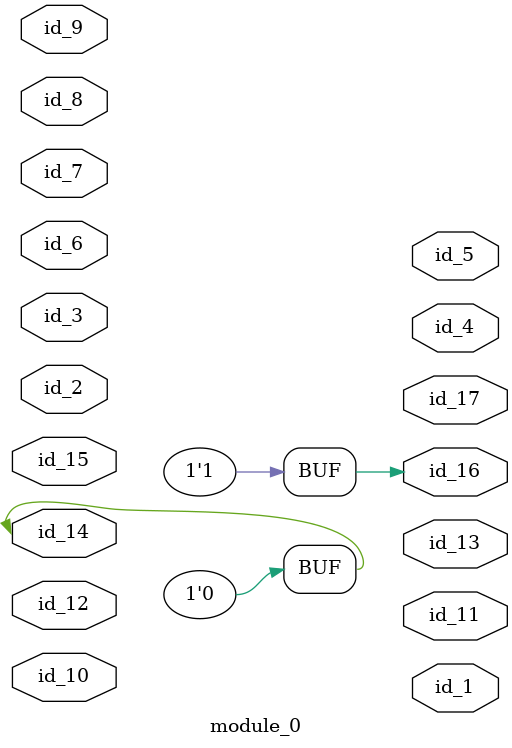
<source format=v>
module module_0 (
    id_1,
    id_2,
    id_3,
    id_4,
    id_5,
    id_6,
    id_7,
    id_8,
    id_9,
    id_10,
    id_11,
    id_12,
    id_13,
    id_14,
    id_15,
    id_16,
    id_17
);
  output id_17;
  output id_16;
  input id_15;
  inout id_14;
  output id_13;
  inout id_12;
  output id_11;
  inout id_10;
  input id_9;
  input id_8;
  input id_7;
  inout id_6;
  output id_5;
  output id_4;
  inout id_3;
  inout id_2;
  output id_1;
  assign id_14 = 1 ? 1'd0 : id_8;
  assign id_16 = 1;
endmodule

</source>
